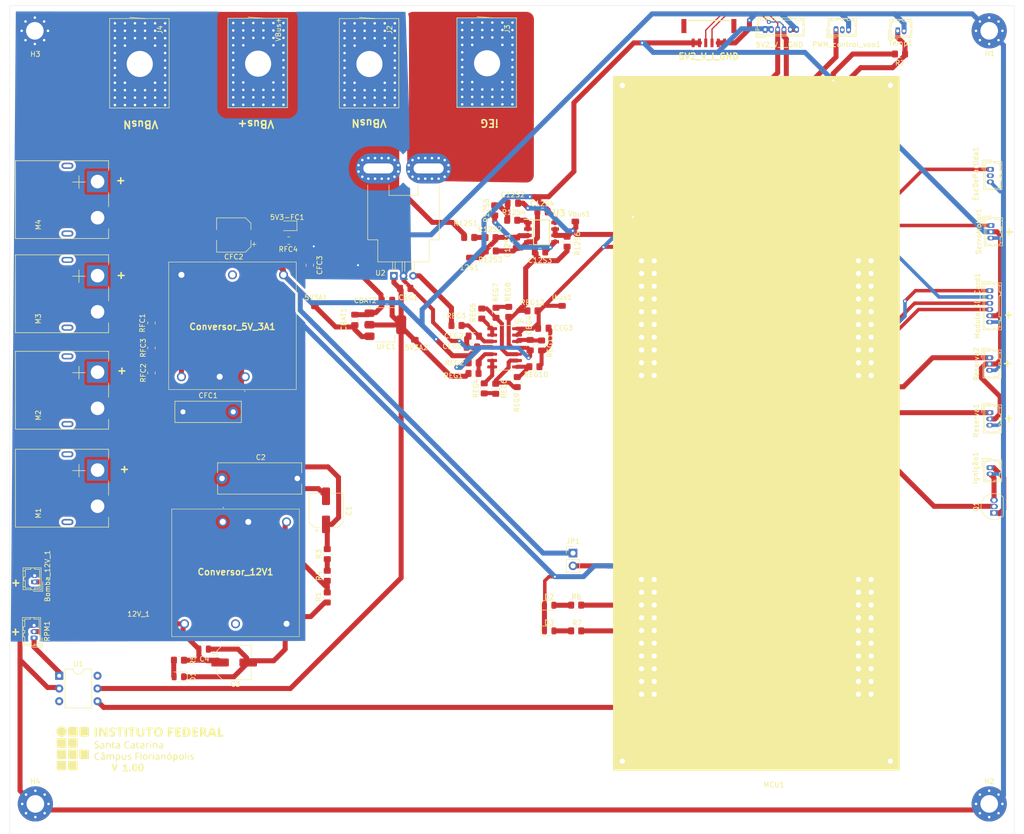
<source format=kicad_pcb>
(kicad_pcb (version 20240108) (generator "pcbnew") (generator_version "8.0")
  (layers (0 "F.Cu" signal) (31 "B.Cu" signal) (34 "B.Paste" user) (35 "F.Paste" user) (36 "B.SilkS" user "B.Silkscreen") (37 "F.SilkS" user "F.Silkscreen") (38 "B.Mask" user) (39 "F.Mask" user) (44 "Edge.Cuts" user))
  (net 0 "")
  (net 1 "Net-(5V3-FC1-A)")
  (net 2 "Vbus+")
  (net 3 "12_Vcc")
  (net 4 "Net-(U3A-+)")
  (net 5 "3V3")
  (net 7 "Vbus")
  (net 8 "Net-(C12S2-Pad1)")
  (net 9 "Net-(U3B-+)")
  (net 10 "Net-(U4A-+)")
  (net 11 "Net-(CEG3-Pad1)")
  (net 12 "Net-(U4D-+)")
  (net 14 "Net-(Conversor_5V_3A1-REMOTE_ON{slash}OFF)")
  (net 15 "VbusN")
  (net 16 "Net-(Conversor_12V1-REMOTE_ON{slash}OFF)")
  (net 18 "Net-(D1-A)")
  (net 19 "Net-(D2-A)")
  (net 20 "Net-(D3-A)")
  (net 21 "5V3A")
  (net 22 "Ibus")
  (net 23 "iEG1")
  (net 24 "5V_MCC")
  (net 25 "Temp")
  (net 26 "ESC de partida")
  (net 27 "Servo Motor ")
  (net 28 "RES1")
  (net 29 "RPM_s")
  (net 30 "RES2")
  (net 31 "PWM_cv")
  (net 42 "LED_1")
  (net 61 "LED_2")
  (net 62 "CS")
  (net 64 "miso")
  (net 74 "Igni.")
  (net 82 "RPM")
  (net 84 "mosi")
  (net 86 "SCK")
  (net 100 "Net-(R3-Pad1)")
  (net 101 "Net-(R12S1-Pad2)")
  (net 102 "Net-(U3A--)")
  (net 103 "Net-(U4B-+)")
  (net 104 "Net-(U2-VIOUT)")
  (net 105 "Net-(U4B--)")
  (net 106 "Net-(REG4-Pad1)")
  (net 107 "Net-(U4A--)")
  (net 108 "Net-(U4C-+)")
  (net 109 "Net-(U4C--)")
  (net 110 "Net-(REG7-Pad1)")
  (net 111 "Net-(REG10-Pad2)")
  (net 112 "Net-(RFC2-Pad2)")
  (net 116 "Net-(Ignição1-Pin_1)")
  (footprint "Package_DIP:DIP-6_W7.62mm" (layer "F.Cu") (at 54.2798 159.1818)
    (property "Reference" "U1")
    (property "Value" "4N35")
  )
  (footprint "Resistor_SMD:R_0805_2012Metric_Pad1.20x1.40mm_HandSolder" (layer "F.Cu") (at 135.90075 71.87125)
    (property "Reference" "R12S1")
    (property "Value" "56k")
  )
  (footprint "IFSC:Hirose_DF13-03P-1.25DSA_1x03_P1.25mm_Vertical" (layer "F.Cu") (at 49.276 151.6488 90)
    (property "Reference" "RPM1")
    (property "Value" "JST_XH5")
  )
  (footprint "MountingHole:MountingHole_3.5mm_Pad_Via" (layer "F.Cu") (at 239.4255 184.709)
    (property "Reference" "H2")
    (property "Value" "MountingHole_Pad")
  )
  (footprint "IFSC:THL154811WI" (layer "F.Cu") (at 91.313 99.6188 180)
    (property "Reference" "Conversor_5V_3A1")
    (property "Value" "THL_15-4811WI" (hide yes))
  )
  (footprint "IFSC:Hirose_DF13-03P-1.25DSA_1x03_P1.25mm_Vertical" (layer "F.Cu") (at 239.4966 95.8234 -90)
    (property "Reference" "Reserva2")
    (property "Value" "JST_XH5")
  )
  (footprint "Resistor_SMD:R_0805_2012Metric_Pad1.20x1.40mm_HandSolder" (layer "F.Cu") (at 144.46055 68.44225)
    (property "Reference" "R12S4")
    (property "Value" "2k2")
  )
  (footprint "IFSC:Hirose_DF13-03P-1.25DSA_1x03_P1.25mm_Vertical" (layer "F.Cu") (at 239.649 58.3076 -90)
    (property "Reference" "EscDePartida1")
    (property "Value" "JST_XH")
  )
  (footprint "Resistor_SMD:R_0805_2012Metric_Pad1.20x1.40mm_HandSolder" (layer "F.Cu") (at 72.644 88.8978 -90)
    (property "Reference" "RFC1")
    (property "Value" "10k")
  )
  (footprint "MountingHole:MountingHole_3.5mm_Pad_Via" (layer "F.Cu") (at 239.4255 30.709)
    (property "Reference" "H1")
    (property "Value" "MountingHole_Pad")
  )
  (footprint "IFSC:SOIC127P600X175-8N" (layer "F.Cu") (at 150.29575 70.82985)
    (property "Reference" "U3")
    (property "Value" "Opamp_Dual" (hide yes))
  )
  (footprint "Resistor_SMD:R_0805_2012Metric_Pad1.20x1.40mm_HandSolder" (layer "F.Cu") (at 133.369799 89.4055 180)
    (property "Reference" "REG3")
    (property "Value" "100")
  )
  (footprint "IFSC:IFSC_TERMINAL_SCREW" (layer "F.Cu") (at 70.3178 37.3102 -90)
    (property "Reference" "J4")
    (property "Value" "12S-N")
  )
  (footprint "IFSC:Hirose_DF13-02P-1.25DSA_1x02_P1.25mm_Vertical" (layer "F.Cu") (at 49.3776 140.4874 90)
    (property "Reference" "Bomba_12V_1")
    (property "Value" "JST_XH")
  )
  (footprint "Capacitor_SMD:C_0805_2012Metric_Pad1.18x1.45mm_HandSolder" (layer "F.Cu") (at 150.50185 66.76585 180)
    (property "Reference" "C12S4")
    (property "Value" "100nF")
  )
  (footprint "Resistor_SMD:R_0805_2012Metric_Pad1.20x1.40mm_HandSolder" (layer "F.Cu") (at 143.769799 86.6955 90)
    (property "Reference" "REG8")
    (property "Value" "1k5")
  )
  (footprint "IFSC:Hirose_DF13-03P-1.25DSA_1x03_P1.25mm_Vertical" (layer "F.Cu") (at 208.9296 30.5054)
    (property "Reference" "PWM_control_voo1")
    (property "Value" "JST_XH")
  )
  (footprint "Resistor_SMD:R_0805_2012Metric_Pad1.20x1.40mm_HandSolder" (layer "F.Cu") (at 107.6452 139.2682 90)
    (property "Reference" "R4")
    (property "Value" "22K")
  )
  (footprint "Resistor_SMD:R_0805_2012Metric_Pad1.20x1.40mm_HandSolder" (layer "F.Cu") (at 157.226 150.241)
    (property "Reference" "R7")
    (property "Value" "R")
  )
  (footprint "Capacitor_SMD:CP_Elec_6.3x5.4" (layer "F.Cu") (at 89.027 71.3812 180)
    (property "Reference" "CFC2")
    (property "Value" "10uF")
  )
  (footprint "LED_SMD:LED_0805_2012Metric" (layer "F.Cu") (at 78.09695 159.3842 180)
    (property "Reference" "D1")
    (property "Value" "GREEN")
  )
  (footprint "Capacitor_SMD:C_0805_2012Metric_Pad1.18x1.45mm_HandSolder" (layer "F.Cu") (at 149.99775 74.74145 180)
    (property "Reference" "C12S3")
    (property "Value" "100nF")
  )
  (footprint "LED_SMD:LED_0805_2012Metric" (layer "F.Cu") (at 151.8158 145.1356)
    (property "Reference" "D2")
    (property "Value" "GREEN")
  )
  (footprint "IFSC:AMASS_XT60PW-M" (layer "F.Cu") (at 55.9132 121.812 90)
    (property "Reference" "M1")
    (property "Value" "XT60PW-F")
  )
  (footprint "Resistor_SMD:R_0805_2012Metric_Pad1.20x1.40mm_HandSolder" (layer "F.Cu") (at 140.14255 71.89665)
    (property "Reference" "R12S2")
    (property "Value" "560")
  )
  (footprint "Resistor_SMD:R_0805_2012Metric_Pad1.20x1.40mm_HandSolder" (layer "F.Cu") (at 72.644 98.864 90)
    (property "Reference" "RFC2")
    (property "Value" "22k")
  )
  (footprint "Capacitor_SMD:C_0805_2012Metric_Pad1.18x1.45mm_HandSolder" (layer "F.Cu") (at 150.659799 89.9555 180)
    (property "Reference" "CEG3")
    (property "Value" "100n")
  )
  (footprint "Sensor_Current:Allegro_CB_PFF" (layer "F.Cu") (at 120.909 79.516)
    (property "Reference" "U2")
    (property "Value" "ACS759xCB-150B-PFF")
  )
  (footprint "Resistor_SMD:R_0805_2012Metric_Pad1.20x1.40mm_HandSolder" (layer "F.Cu") (at 141.239799 86.8755 -90)
    (property "Reference" "REG7")
    (property "Value" "1k5")
  )
  (footprint "IFSC:tp" (layer "F.Cu") (at 105.1064 91.873)
    (property "Reference" "5V3A1")
    (property "Value" "5V3A")
  )
  (footprint "Capacitor_SMD:C_0805_2012Metric_Pad1.18x1.45mm_HandSolder" (layer "F.Cu") (at 113.1312 88.2904 -90)
    (property "Reference" "CBAT1")
    (property "Value" "1uF")
  )
  (footprint "Resistor_SMD:R_0805_2012Metric_Pad1.20x1.40mm_HandSolder" (layer "F.Cu") (at 138.892999 101.935999 90)
    (property "Reference" "REG4")
    (property "Value" "330")
  )
  (footprint "Capacitor_SMD:C_0805_2012Metric_Pad1.18x1.45mm_HandSolder" (layer "F.Cu") (at 119.532 84.4042)
    (property "Reference" "CBAT2")
    (property "Value" "1uF")
  )
  (footprint "IFSC:PinHeader_1x02_P2.54mm_Vertical" (layer "F.Cu") (at 156.5656 134.747)
    (property "Reference" "JP1")
    (property "Value" "Alimentação do MCC")
  )
  (footprint "Resistor_SMD:R_0805_2012Metric_Pad1.20x1.40mm_HandSolder" (layer "F.Cu") (at 150.309799 93.3955 -90)
    (property "Reference" "REG11")
    (property "Value" "2k2")
  )
  (footprint "Package_TO_SOT_SMD:SOT-223-3_TabPin2" (layer "F.Cu") (at 119.2018 89.2556)
    (property "Reference" "UFC1")
    (property "Value" "LM1117-3.3")
  )
  (footprint "Resistor_SMD:R_0805_2012Metric_Pad1.20x1.40mm_HandSolder" (layer "F.Cu") (at 136.789399 96.855999 180)
    (property "Reference" "REG2")
    (property "Value" "1000")
  )
  (footprint "IFSC:BM06BGHSTBTLFSN" (layer "F.Cu") (at 183.6166 30.8864 180)
    (property "Reference" "5V2_V_I_GND")
    (property "Value" "JST_GHPM" (hide yes))
  )
  (footprint "IFSC:logo" (layer "F.Cu") (at 67.5894 163.0426)
    (property "Reference" "G***" (hide yes))
    (property "Value" "LOGO" (hide yes))
  )
  (footprint "Resistor_SMD:R_0805_2012Metric_Pad1.20x1.40mm_HandSolder" (layer "F.Cu") (at 99.9744 72.4988)
    (property "Reference" "RFC4")
    (property "Value" "330R")
  )
  (footprint "IFSC:IFSC_TERMINAL_SCREW" (layer "F.Cu") (at 93.8804 37.249218 -90)
    (property "Reference" "VBus+")
    (property "Value" "12S-P")
  )
  (footprint "Capacitor_SMD:C_0805_2012Metric_Pad1.18x1.45mm_HandSolder" (layer "F.Cu") (at 145.29875 72.93805 -90)
    (property "Reference" "C12S1")
    (property "Value" "100nF")
  )
  (footprint "IFSC:THL154811WI" (layer "F.Cu") (at 86.8426 128.5312)
    (property "Reference" "Conversor_12V1")
    (property "Value" "THL_15-4811WI" (hide yes))
  )
  (footprint "Resistor_SMD:R_0805_2012Metric_Pad1.20x1.40mm_HandSolder" (layer "F.Cu") (at 145.459799 100.6755 -90)
    (property "Reference" "REG9")
    (property "Value" "1k")
  )
  (footprint "Capacitor_SMD:C_0805_2012Metric_Pad1.18x1.45mm_HandSolder" (layer "F.Cu") (at 136.429199 93.706399 180)
    (property "Reference" "CEG5")
    (property "Value" "100nF")
  )
  (footprint "Package_SO:SOIC-14_3.9x8.7mm_P1.27mm" (layer "F.Cu") (at 142.949799 93.853)
    (property "Reference" "U4")
    (property "Value" "Opamp_Quad")
  )
  (footprint "Resistor_SMD:R_0805_2012Metric_Pad1.20x1.40mm_HandSolder" (layer "F.Cu") (at 78.11695 156.0822 180)
    (property "Reference" "R5")
    (property "Value" "820R")
  )
  (footprint "IFSC:Hirose_DF13-02P-1.25DSA_1x02_P1.25mm_Vertical" (layer "F.Cu") (at 221.2186 30.726)
    (property "Reference" "Temp1")
    (property "Value" "JST_XH")
  )
  (footprint "Capacitor_SMD:C_0805_2012Metric_Pad1.18x1.45mm_HandSolder" (layer "F.Cu") (at 144.58755 65.03865)
    (property "Reference" "C12S2")
    (property "Value" "100nF")
  )
  (footprint "Capacitor_SMD:C_0805_2012Metric_Pad1.18x1.45mm_HandSolder" (layer "F.Cu") (at 104.1654 77.401 90)
    (property "Reference" "CFC3")
    (property "Value" "100nF")
  )
  (footprint "MountingHole:MountingHole_3.5mm_Pad_Via" (layer "F.Cu") (at 49.4255 30.709)
    (property "Reference" "H3")
    (property "Value" "MountingHole_Pad")
  )
  (footprint "Package_TO_SOT_THT:TO-92_Inline" (layer "F.Cu") (at 240.3856 126.746 90)
    (property "Reference" "Q1")
    (property "Value" "BF244A")
  )
  (footprint "Capacitor_SMD:C_0805_2012Metric_Pad1.18x1.45mm_HandSolder" (layer "F.Cu") (at 136.819799 91.5355 180)
    (property "Reference" "CEG2")
    (property "Value" "330pF")
  )
  (footprint "Resistor_SMD:R_0805_2012Metric_Pad1.20x1.40mm_HandSolder" (layer "F.Cu") (at 136.759399 98.964199)
    (property "Reference" "REG1")
    (property "Value" "1K2")
  )
  (footprint "Resistor_SMD:R_0805_2012Metric_Pad1.20x1.40mm_HandSolder" (layer "F.Cu") (at 107.6452 143.5862 -90)
    (property "Reference" "R1")
    (property "Value" "12K")
  )
  (footprint "Resistor_SMD:R_0805_2012Metric_Pad1.20x1.40mm_HandSolder" (layer "F.Cu") (at 155.38255 72.70945 90)
    (property "Reference" "R12S6")
    (property "Value" "22k")
  )
  (footprint "Capacitor_SMD:CP_Elec_6.3x5.4" (layer "F.Cu") (at 107.3912 126.2252 90)
    (property "Reference" "C1")
    (property "Value" "10uF")
  )
  (footprint "Resistor_SMD:R_0805_2012Metric_Pad1.20x1.40mm_HandSolder" (layer "F.Cu") (at 148.499799 86.4955)
    (property "Reference" "REG12")
    (property "Value" "22k")
  )
  (footprint "Capacitor_THT:C_Rect_L13.0mm_W4.0mm_P10.00mm_FKS3_FKP3_MKS4" (layer "F.Cu") (at 78.9216 106.611)
    (property "Reference" "CFC1")
    (property "Value" "100nF")
  )
  (footprint "IFSC:Hirose_DF13-03P-1.25DSA_1x03_P1.25mm_Vertical" (layer "F.Cu") (at 239.7586 69.489 -90)
    (property "Reference" "ServoMotor1")
    (property "Value" "JST_XH")
  )
  (footprint "Resistor_SMD:R_0805_2012Metric_Pad1.20x1.40mm_HandSolder" (layer "F.Cu") (at 138.399799 87.0355 -90)
    (property "Reference" "REG5")
    (property "Value" "1k5")
  )
  (footprint "Resistor_SMD:R_0805_2012Metric_Pad1.20x1.40mm_HandSolder" (layer "F.Cu") (at 107.6452 134.9502 90)
    (property "Reference" "R3")
    (property "Value" "22K")
  )
  (footprint "IFSC:Hirose_DF13-06P-1.25DSA_1x06_P1.25mm_Vertical" (layer "F.Cu") (at 239.53 82.473 -90)
    (property "Reference" "Modulo_SD_Card1")
    (property "Value" "JST_XH_SD")
  )
  (footprint "Resistor_SMD:R_0805_2012Metric_Pad1.20x1.40mm_HandSolder" (layer "F.Cu") (at 72.644 93.8856 90)
    (property "Reference" "RFC3")
    (property "Value" "22k")
  )
  (footprint "IFSC:AMASS_XT60PW-M" (layer "F.Cu") (at 55.9132 83.0834 90)
    (property "Reference" "M3")
    (property "Value" "XT60PW-F")
  )
  (footprint "IFSC:tp" (layer "F.Cu") (at 69.8754 155.0416)
    (property "Reference" "12V_1")
    (property "Value" "12V_2")
  )
  (footprint "IFSC:Hirose_DF13-03P-1.25DSA_1x03_P1.25mm_Vertical" (layer "F.Cu") (at 239.5474 106.7708 -90)
    (property "Reference" "Reserva1")
    (property "Value" "JST_XH")
  )
  (footprint "Resistor_SMD:R_0805_2012Metric_Pad1.20x1.40mm_HandSolder" (layer "F.Cu") (at 157.226 145.1102)
    (property "Reference" "R6")
    (property "Value" "R")
  )
  (footprint "IFSC:tp" (layer "F.Cu") (at 156.95465 74.97125)
    (property "Reference" "Vbus1")
    (property "Value" "TestPoint")
  )
  (footprint "Resistor_SMD:R_0805_2012Metric_Pad1.20x1.40mm_HandSolder" (layer "F.Cu") (at 141.178999 102.012199 -90)
    (property "Reference" "REG6")
    (property "Value" "22")
  )
  (footprint "IFSC:tp" (layer "F.Cu") (at 135.94885 82.15945)
    (property "Reference" "12S1")
    (property "Value" "TestPoint")
  )
  (footprint "Resistor_SMD:R_0805_2012Metric_Pad1.20x1.40mm_HandSolder" (layer "F.Cu") (at 148.879799 97.6155 180)
    (property "Reference" "REG10")
    (property "Value" "2k2")
  )
  (footprint "IFSC:AMASS_XT60PW-M" (layer "F.Cu") (at 55.9132 102.3048 90)
    (property "Reference" "M2")
    (property "Value" "XT60PW-F")
  )
  (footprint "Capacitor_SMD:C_0805_2012Metric" (layer "F.Cu") (at 83.0326 153.8732)
    (property "Reference" "C4")
    (property "Value" "100nF")
  )
  (footprint "IFSC:Hirose_DF13-06P-1.25DSA_1x06_P1.25mm_Vertical" (layer "F.Cu") (at 194.8172 30.4466)
    (property "Reference" "5V2_V_I_GND")
    (property "Value" "JST_XH_PM")
  )
  (footprint "IFSC:LAUNCHXLF280025C" (layer "F.Cu") (at 163.6754 178.1448)
    (property "Reference" "MCU1")
    (property "Value" "F280025C")
  )
  (footprint "IFSC:IFSC_TERMINAL_SCREW" (layer "F.Cu") (at 116.0414 37.317914 -90)
    (property "Reference" "J2")
    (property "Value" "12S-N")
  )
  (footprint "Resistor_SMD:R_0805_2012Metric_Pad1.20x1.40mm_HandSolder" (layer "F.Cu") (at 140.98075 66.48645 90)
    (property "Reference" "R12S5")
    (property "Value" "2k2")
  )
  (footprint "Resistor_SMD:R_0805_2012Metric_Pad1.20x1.40mm_HandSolder" (layer "F.Cu") (at 221.6658 35.3314 180)
    (property "Reference" "R2")
    (property "Value" "R")
  )
  (footprint "MountingHole:MountingHole_3.5mm_Pad_Via" (layer "F.Cu") (at 49.53 184.709)
    (property "Reference" "H4")
    (property "Value" "MountingHole_Pad")
  )
  (footprint "Capacitor_THT:C_Rect_L16.5mm_W6.0mm_P15.00mm_MKT" (layer "F.Cu") (at 86.6832 119.8752)
    (property "Reference" "C2")
    (property "Value" "100nF")
  )
  (footprint "LED_SMD:LED_0805_2012Metric" (layer "F.Cu") (at 151.8256 150.241)
    (property "Reference" "D3")
    (property "Value" "GREEN")
  )
  (footprint "Capacitor_SMD:CP_Elec_6.3x5.4" (layer "F.Cu") (at 89.1032 156.5402)
    (property "Reference" "C3")
    (property "Value" "10uF")
  )
  (footprint "IFSC:Hirose_DF13-02P-1.25DSA_1x02_P1.25mm_Vertical" (layer "F.Cu") (at 239.6062 117.739 -90)
    (property "Reference" "Ignição1")
    (property "Value" "JST_XH")
  )
  (footprint "Resistor_SMD:R_0805_2012Metric_Pad1.20x1.40mm_HandSolder" (layer "F.Cu") (at 140.19335 74.56365)
    (property "Reference" "R12S3")
    (property "Value" "3k3")
  )
  (footprint "IFSC:tp" (layer "F.Cu") (at 124.9946 98.5278)
    (property "Reference" "5V3A2")
    (property "Value" "3V3")
  )
  (footprint "IFSC:AMASS_XT60PW-M" (layer "F.Cu") (at 55.9132 64.3382 90)
    (property "Reference" "M4")
    (property "Value" "XT60PW-F")
  )
  (footprint "LED_SMD:LED_0805_2012Metric" (layer "F.Cu") (at 99.9236 69.5524 180)
    (property "Reference" "5V3-FC1")
    (property "Value" "BLUE")
  )
  (footprint "Capacitor_SMD:C_0805_2012Metric_Pad1.18x1.45mm_HandSolder" (layer "F.Cu") (at 148.029799 93.3255 -90)
    (property "Reference" "CEG4")
    (property "Value" "100n")
  )
  (footprint "Capacitor_SMD:C_0805_2012Metric_Pad1.18x1.45mm_HandSolder" (layer "F.Cu") (at 123.1685 82.0166 180)
    (property "Reference" "CEG1")
    (property "Value" "22nF")
  )
  (footprint "IFSC:tp" (layer "F.Cu") (at 154.305 91.7702)
    (property "Reference" "Ibus1")
    (property "Value" "TestPoint")
  )
  (footprint "IFSC:IFSC_TERMINAL_SCREW" (layer "F.Cu") (at 139.4618 37.17013 -90)
    (property "Reference" "J3")
    (property "Value" "12S-P")
  )
  (gr_rect (start 44.4255 25.709) (end 244.4255 190.709) (stroke (width 0.05)) (fill none) (layer "Edge.Cuts"))
  (gr_text "+" (at 242.1382 88.1126 0) (layer "F.SilkS") (effects (font (size 1.5 1.5) (thickness 0.3) (bold yes)) (justify left bottom)))
  (gr_text "+" (at 65.405 61.341 0) (layer "F.SilkS") (effects (font (size 1.5 1.5) (thickness 0.3) (bold yes)) (justify left bottom)))
  (gr_text "VBusN" (at 119.634 48.2346 180) (layer "F.SilkS") (effects (font (size 1.5 1.5) (thickness 0.3) (bold yes)) (justify left bottom)))
  (gr_text "+" (at 44.45 151.2316 0) (layer "F.SilkS") (effects (font (size 1.5 1.5) (thickness 0.3) (bold yes)) (justify left bottom)))
  (gr_text "+" (at 242.1636 108.712 0) (layer "F.SilkS") (effects (font (size 1.5 1.5) (thickness 0.3) (bold yes)) (justify left bottom)))
  (gr_text "V 1.00" (at 64.5414 178.2826 0) (layer "F.SilkS") (effects (font (size 1.3 1.3) (thickness 0.3) (bold yes)) (justify left bottom)))
  (gr_text "VBus+" (at 97.2312 48.4124 180) (layer "F.SilkS") (effects (font (size 1.5 1.5) (thickness 0.3) (bold yes)) (justify left bottom)))
  (gr_text "+" (at 44.5262 141.478 0) (layer "F.SilkS") (effects (font (size 1.5 1.5) (thickness 0.3) (bold yes)) (justify left bottom)))
  (gr_text "+" (at 65.4812 80.2132 0) (layer "F.SilkS") (effects (font (size 1.5 1.5) (thickness 0.3) (bold yes)) (justify left bottom)))
  (gr_text "+" (at 66.1416 118.8466 0) (layer "F.SilkS") (effects (font (size 1.5 1.5) (thickness 0.3) (bold yes)) (justify left bottom)))
  (gr_text "VBusN" (at 74.168 48.4886 180) (layer "F.SilkS") (effects (font (size 1.5 1.5) (thickness 0.3) (bold yes)) (justify left bottom)))
  (gr_text "+" (at 65.6336 99.2378 0) (layer "F.SilkS") (effects (font (size 1.5 1.5) (thickness 0.3) (bold yes)) (justify left bottom)))
  (gr_text "+" (at 241.935 97.7646 0) (layer "F.SilkS") (effects (font (size 1.5 1.5) (thickness 0.3) (bold yes)) (justify left bottom)))
  (gr_text "+" (at 242.316 71.5518 0) (layer "F.SilkS") (effects (font (size 1.5 1.5) (thickness 0.3) (bold yes)) (justify left bottom)))
  (gr_text "iEG" (at 141.9352 48.2092 180) (layer "F.SilkS") (effects (font (size 1.5 1.5) (thickness 0.3) (bold yes)) (justify left bottom)))
  (segment (start 98.9861 69.7833) (end 100.9744 71.7716) (width 1) (layer "F.Cu") (net 1))
  (segment (start 98.9861 69.5524) (end 98.9861 69.7833) (width 1) (layer "F.Cu") (net 1))
  (segment (start 100.9881 72.4851) (end 100.9744 72.4988) (width 1) (layer "F.Cu") (net 1))
  (segment (start 100.9744 71.7716) (end 100.9744 72.4988) (width 1) (layer "F.Cu") (net 1))
  (segment (start 88.9818 117.5766) (end 86.6832 119.8752) (width 1) (layer "F.Cu") (net 2))
  (segment (start 86.5632 119.9952) (end 86.6832 119.8752) (width 1) (layer "F.Cu") (net 2))
  (segment (start 132.5118 68.8594) (end 128.5624 68.8594) (width 1) (layer "F.Cu") (net 2))
  (segment (start 88.9216 102.0102) (end 91.313 99.6188) (width 1) (layer "F.Cu") (net 2))
  (segment (start 86.5632 128.5312) (end 86.5632 119.9952) (width 1) (layer "F.Cu") (net 2))
  (segment (start 107.7976 117.5766) (end 88.9818 117.5766) (width 1) (layer "F.Cu") (net 2))
  (segment (start 107.6452 133.9502) (end 107.6452 129.2792) (width 1) (layer "F.Cu") (net 2))
  (segment (start 134.90075 71.24835) (end 132.5118 68.8594) (width 1) (layer "F.Cu") (net 2))
  (segment (start 109.9058 122.936) (end 109.8804 122.9106) (width 1) (layer "F.Cu") (net 2))
  (segment (start 107.6452 129.2792) (end 107.3912 129.0252) (width 1) (layer "F.Cu") (net 2))
  (segment (start 134.90075 71.87125) (end 134.90075 71.24835) (width 1) (layer "F.Cu") (net 2))
  (segment (start 76.581 109.9892) (end 85.5434 109.9892) (width 1) (layer "F.Cu") (net 2))
  (segment (start 108.541 129.0252) (end 109.9058 127.6604) (width 1) (layer "F.Cu") (net 2))
  (segment (start 107.3912 129.0252) (end 108.541 129.0252) (width 1) (layer "F.Cu") (net 2))
  (segment (start 85.5434 109.9892) (end 88.9216 106.611) (width 1) (layer "F.Cu") (net 2))
  (segment (start 109.9058 127.6604) (end 109.9058 122.936) (width 1) (layer "F.Cu") (net 2))
  (segment (start 128.5624 68.8594) (end 117.819 58.116) (width 1) (layer "F.Cu") (net 2))
  (segment (start 72.644 106.0522) (end 76.581 109.9892) (width 1) (layer "F.Cu") (net 2))
  (segment (start 72.644 99.864) (end 72.644 106.0522) (width 1) (layer "F.Cu") (net 2))
  (segment (start 86.8808 119.8752) (end 86.6832 119.8752) (width 1) (layer "F.Cu") (net 2))
  (segment (start 109.8804 122.9106) (end 109.8804 119.6594) (width 1) (layer "F.Cu") (net 2))
  (segment (start 88.9216 106.611) (end 88.9216 102.0102) (width 1) (layer "F.Cu") (net 2))
  (segment (start 109.8804 119.6594) (end 107.7976 117.5766) (width 1) (layer "F.Cu") (net 2))
  (segment (start 69.9504 148.7666) (end 61.6712 140.4874) (width 1) (layer "F.Cu") (net 3))
  (segment (start 78.9432 150.7338) (end 78.9432 148.8312) (width 1) (layer "F.Cu") (net 3))
  (segment (start 61.6712 140.4874) (end 49.3776 140.4874) (width 1) (layer "F.Cu") (net 3))
  (segment (start 51.8922 150.3934) (end 49.2814 150.3934) (width 1) (layer "F.Cu") (net 3))
  (segment (start 49.2814 150.3934) (end 49.276 150.3988) (width 1) (layer "F.Cu") (net 3))
  (segment (start 69.9504 148.7666) (end 53.519 148.7666) (width 1) (layer "F.Cu") (net 3))
  (segment (start 82.0826 155.2338) (end 82.931 156.0822) (width 1) (layer "F.Cu") (net 3))
  (segment (start 85.8452 156.0822) (end 86.3032 156.5402) (width 1) (layer "F.Cu") (net 3))
  (segment (start 82.0826 153.8732) (end 78.9432 150.7338) (width 1) (layer "F.Cu") (net 3))
  (segment (start 79.2226 148.8312) (end 70.015 148.8312) (width 1) (layer "F.Cu") (net 3))
  (segment (start 82.0826 153.8732) (end 82.0826 155.2338) (width 1) (layer "F.Cu") (net 3))
  (segment (start 70.015 148.8312) (end 69.9504 148.7666) (width 1) (layer "F.Cu") (net 3))
  (segment (start 86.2972 156.1972) (end 83.6802 156.1972) (width 1) (layer "F.Cu") (net 3))
  (segment (start 53.519 148.7666) (end 51.8922 150.3934) (width 1) (layer "F.Cu") (net 3))
  (segment (start 79.08095 156.0822) (end 82.931 156.0822) (width 1) (layer "F.Cu") (net 3))
  (segment (start 82.931 156.0822) (end 85.8452 156.0822) (width 1) (layer "F.Cu") (net 3))
  (segment (start 141.21875 71.84585) (end 145.24405 71.84585) (width 1) (layer "F.Cu") (net 4))
  (segment (start 145.29875 71.90055) (end 145.49805 71.90055) (width 1) (layer "F.Cu") (net 4))
  (segment (start 147.53395 71.51565) (end 147.58475 71.46485) (width 1) (layer "F.Cu") (net 4))
  (segment (start 145.24405 71.84585) (end 145.29875 71.90055) (width 1) (layer "F.Cu") (net 4))
  (segment (start 139.19335 74.36985) (end 141.21875 72.34445) (width 1) (layer "F.Cu") (net 4))
  (segment (start 145.49805 71.90055) (end 145.88295 71.51565) (width 1) (layer "F.Cu") (net 4))
  (segment (start 145.88295 71.51565) (end 147.53395 71.51565) (width 1) (layer "F.Cu") (net 4))
  (segment (start 137.87255 75.88445) (end 139.19335 74.56365) (width 1) (layer "F.Cu") (net 4))
  (segment (start 141.21875 72.34445) (end 141.21875 71.84585) (width 1) (layer "F.Cu") (net 4))
  (segment (start 136.02385 75.88445) (end 137.87255 75.88445) (width 1) (layer "F.Cu") (net 4))
  (segment (start 139.19335 74.56365) (end 139.19335 74.36985) (width 1) (layer "F.Cu") (net 4))
  (segment (start 122.3518 89.2556) (end 122.3518 89.6366) (width 1) (layer "F.Cu") (net 5))
  (segment (start 122.3518 82.3214) (end 120.909 80.8786) (width 1) (layer "F.Cu") (net 5))
  (segment (start 120.909 80.8786) (end 120.909 79.516) (width 1) (layer "F.Cu") (net 5))
  (segment (start 122.3518 89.6366) (end 132.2324 99.5172) (width 1) (layer "F.Cu") (net 5))
  (segment (start 121.793 89.3064) (end 122.8848 88.2146) (width 1) (layer "F.Cu") (net 5))
  (segment (start 132.2324 99.5172) (end 135.206398 99.5172) (width 1) (layer "F.Cu") (net 5))
  (segment (start 61.8998 161.7218) (end 100.3046 161.7218) (width 1) (layer "F.Cu") (net 5))
  (segment (start 135.206398 99.5172) (end 135.759399 98.964199) (width 1) (layer "F.Cu") (net 5))
  (segment (start 122.3518 139.6746) (end 122.3518 89.2556) (width 1) (layer "F.Cu") (net 5))
  (segment (start 135.759399 98.964199) (end 135.759399 98.862599) (width 1) (layer "F.Cu") (net 5))
  (segment (start 115.493 89.3064) (end 121.793 89.3064) (width 1) (layer "F.Cu") (net 5))
  (segment (start 122.3518 89.2556) (end 122.3518 82.3214) (width 1) (layer "F.Cu") (net 5))
  (segment (start 120.5695 87.4733) (end 122.3518 89.2556) (width 1) (layer "F.Cu") (net 5))
  (segment (start 100.3046 161.7218) (end 122.3518 139.6746) (width 1) (layer "F.Cu") (net 5))
  (segment (start 135.657799 99.065799) (end 135.759399 98.964199) (width 1) (layer "F.Cu") (net 5))
  (segment (start 120.5695 84.4042) (end 120.5695 87.4733) (width 1) (layer "F.Cu") (net 5))
  (segment (start 198.5672 31.867) (end 198.5672 30.4466) (width 1) (layer "F.Cu") (net 7))
  (segment (start 199.0344 32.3342) (end 198.5672 31.867) (width 1) (layer "F.Cu") (net 7))
  (segment (start 145.62505 65.03865) (end 146.64105 65.03865) (width 1) (layer "F.Cu") (net 7))
  (segment (start 168.4782 71.2724) (end 157.2436 71.2724) (width 1) (layer "F.Cu") (net 7))
  (segment (start 168.4782 71.2724) (end 170.3578 71.2724) (width 1) (layer "F.Cu") (net 7))
  (segment (start 195.5546 28.956) (end 194.3354 27.7368) (width 0.25) (layer "F.Cu") (net 7))
  (segment (start 156.52165 70.55045) (end 156.52165 70.57035) (width 1) (layer "F.Cu") (net 7))
  (segment (start 199.0344 42.5958) (end 199.0344 32.3342) (width 1) (layer "F.Cu") (net 7))
  (segment (start 147.58085 65.97845) (end 147.58085 66.02925) (width 1) (layer "F.Cu") (net 7))
  (segment (start 157.2436 71.2724) (end 156.52165 70.55045) (width 1) (layer "F.Cu") (net 7))
  (segment (start 177.419 74.676) (end 174.0154 71.2724) (width 1) (layer "F.Cu") (net 7))
  (segment (start 177.419 80.1624) (end 177.419 74.676) (width 1) (layer "F.Cu") (net 7))
  (segment (start 184.2416 30.363) (end 184.2416 33.1114) (width 0.25) (layer "F.Cu") (net 7))
  (segment (start 153.00675 71.46485) (end 155.13795 71.46485) (width 1) (layer "F.Cu") (net 7))
  (segment (start 155.13795 71.46485) (end 155.38255 71.70945) (width 1) (layer "F.Cu") (net 7))
  (segment (start 147.58085 66.02925) (end 147.63165 66.02925) (width 1) (layer "F.Cu") (net 7))
  (segment (start 194.3354 27.7368) (end 186.8678 27.7368) (width 0.25) (layer "F.Cu") (net 7))
  (segment (start 174.0154 71.2724) (end 168.4782 71.2724) (width 1) (layer "F.Cu") (net 7))
  (segment (start 157.13125 68.77245) (end 157.13125 69.96075) (width 1) (layer "F.Cu") (net 7))
  (segment (start 157.13125 69.96075) (end 156.54155 70.55045) (width 1) (layer "F.Cu") (net 7))
  (segment (start 147.63165 66.02925) (end 147.63165 66.02925) (width 1) (layer "F.Cu") (net 7))
  (segment (start 186.8678 27.7368) (end 184.2416 30.363) (width 0.25) (layer "F.Cu") (net 7))
  (segment (start 156.52165 70.57035) (end 155.38255 71.70945) (width 1) (layer "F.Cu") (net 7))
  (segment (start 172.7454 84.1248) (end 173.4566 84.1248) (width 1) (layer "F.Cu") (net 7))
  (segment (start 156.54155 70.55045) (end 156.52165 70.55045) (width 1) (layer "F.Cu") (net 7))
  (segment (start 153.00675 71.46485) (end 153.00675 70.19485) (width 1) (layer "F.Cu") (net 7))
  (segment (start 173.4566 84.1248) (end 177.419 80.1624) (width 1) (layer "F.Cu") (net 7))
  (segment (start 146.64105 65.03865) (end 147.58085 65.97845) (width 1) (layer "F.Cu") (net 7))
  (segment (start 170.3578 71.2724) (end 199.0344 42.5958) (width 1) (layer "F.Cu") (net 7))
  (via (at 156.52165 70.55045) (size 0.8) (drill 0.4) (layers "F.Cu" "B.Cu") (net 7))
  (via (at 195.5546 28.956) (size 0.8) (drill 0.4) (layers "F.Cu" "B.Cu") (net 7))
  (via (at 147.58085 66.02925) (size 0.8) (drill 0.4) (layers "F.Cu" "B.Cu") (net 7))
  (segment (start 195.5546 28.956) (end 197.7898 28.956) (width 0.25) (layer "B.Cu") (net 7))
  (segment (start 155.42945 70.55045) (end 156.52165 70.55045) (width 1) (layer "B.Cu") (net 7))
  (segment (start 198.3994 29.5656) (end 198.4248 29.5656) (width 0.25) (layer "B.Cu") (net 7))
  (segment (start 147.58085 66.02925) (end 150.90825 66.02925) (width 1) (layer "B.Cu") (net 7))
  (segment (start 150.90825 66.02925) (end 155.42945 70.55045) (width 1) (layer "B.Cu") (net 7))
  (segment (start 198.4248 29.5656) (end 198.4248 30.3042) (width 0.25) (layer "B.Cu") (net 7))
  (segment (start 198.4248 30.3042) (end 198.5672 30.4466) (width 0.25) (layer "B.Cu") (net 7))
  (segment (start 197.7898 28.956) (end 198.3994 29.5656) (width 0.25) (layer "B.Cu") (net 7))
  (segment (start 140.98075 65.48645) (end 141.81345 65.48645) (width 1) (layer "F.Cu") (net 8))
  (segment (start 141.81345 65.48645) (end 143.55005 67.22305) (width 1) (layer "F.Cu") (net 8))
  (segment (start 143.55005 68.35275) (end 143.46055 68.44225) (width 1) (layer "F.Cu") (net 8))
  (segment (start 143.55005 65.03865) (end 143.55005 67.22305) (width 1) (layer "F.Cu") (net 8))
  (segment (start 141.00615 65.33405) (end 141.15855 65.48645) (width 1) (layer "F.Cu") (net 8))
  (segment (start 143.55005 67.22305) (end 143.55005 68.35275) (width 1) (layer "F.Cu") (net 8))
  (segment (start 140.98075 67.48645) (end 140.98075 68.82325) (width 1) (layer "F.Cu") (net 9))
  (segment (start 140.98075 68.82325) (end 141.08235 68.92485) (width 1) (layer "F.Cu") (net 9))
  (segment (start 151.03525 74.70635) (end 153.00675 72.73485) (width 1) (layer "F.Cu") (net 9))
  (segment (start 141.10775 68.95025) (end 141.03155 68.87405) (width 1) (layer "F.Cu") (net 9))
  (segment (start 141.08235 68.92485) (end 141.10775 68.92485) (width 1) (layer "F.Cu") (net 9))
  (segment (start 141.10775 68.92485) (end 141.10775 68.95025) (width 1) (layer "F.Cu") (net 9))
  (segment (start 151.03525 74.74145) (end 151.03525 74.70635) (width 1) (layer "F.Cu") (net 9))
  (via (at 152.05515 73.82705) (size 0.8) (drill 0.4) (layers "F.Cu" "B.Cu") (net 9))
  (via (at 141.10775 68.92485) (size 0.8) (drill 0.4) (layers "F.Cu" "B.Cu") (net 9))
  (segment (start 146.00995 73.82705) (end 152.05515 73.82705) (width 1) (layer "B.Cu") (net 9))
  (segment (start 152.05515 73.82705) (end 151.97895 73.82705) (width 1) (layer "B.Cu") (net 9))
  (segment (start 141.10775 68.92485) (end 146.00995 73.82705) (width 1) (layer "B.Cu") (net 9))
  (segment (start 138.904799 92.583) (end 140.474799 92.583) (width 0.8) (layer "F.Cu") (net 10))
  (segment (start 134.369799 89.4055) (end 135.727299 89.4055) (width 0.8) (layer "F.Cu") (net 10))
  (segment (start 135.727299 89.4055) (end 137.857299 91.5355) (width 0.8) (layer "F.Cu") (net 10))
  (segment (start 137.857299 91.5355) (end 138.904799 92.583) (width 0.8) (layer "F.Cu") (net 10))
  (segment (start 150.309799 97.1855) (end 149.879799 97.6155) (width 0.8) (layer "F.Cu") (net 11))
  (segment (start 150.309799 94.3955) (end 150.309799 97.1855) (width 0.8) (layer "F.Cu") (net 11))
  (segment (start 152.049799 93.3555) (end 151.009799 94.3955) (width 0.8) (layer "F.Cu") (net 11))
  (segment (start 152.049799 90.308) (end 152.049799 93.3555) (width 0.8) (layer "F.Cu") (net 11))
  (segment (start 151.697299 89.9555) (end 152.049799 90.308) (width 0.8) (layer "F.Cu") (net 11))
  (segment (start 151.009799 94.3955) (end 150.309799 94.3955) (width 0.8) (layer "F.Cu") (net 11))
  (segment (start 148.137299 92.3955) (end 148.029799 92.288) (width 0.8) (layer "F.Cu") (net 12))
  (segment (start 148.029799 92.288) (end 145.719799 92.288) (width 0.8) (layer "F.Cu") (net 12))
  (segment (start 150.309799 92.3955) (end 148.137299 92.3955) (width 0.8) (layer "F.Cu") (net 12))
  (segment (start 145.719799 92.288) (end 145.424799 92.583) (width 0.8) (layer "F.Cu") (net 12))
  (segment (start 78.613 99.6188) (end 78.613 97.6194) (width 1) (layer "F.Cu") (net 14))
  (segment (start 72.644 91.6504) (end 72.644 92.8856) (width 1) (layer "F.Cu") (net 14))
  (segment (start 78.613 97.6194) (end 72.644 91.6504) (width 1) (layer "F.Cu") (net 14))
  (segment (start 72.644 89.8978) (end 72.644 91.6504) (width 1) (layer "F.Cu") (net 14))
  (segment (start 113.1312 87.2529) (end 115.7545 87.2529) (width 1) (layer "F.Cu") (net 15))
  (segment (start 96.9772 156.1972) (end 99.2632 153.9112) (width 1) (layer "F.Cu") (net 15))
  (segment (start 133.939999 92.487199) (end 133.997997 92.487199) (width 0.8) (layer "F.Cu") (net 15))
  (segment (start 104.9528 72.4226) (end 104.9528 73.6418) (width 1) (layer "F.Cu") (net 15))
  (segment (start 150.8783 150.2312) (end 150.8881 150.241) (width 1) (layer "F.Cu") (net 15))
  (segment (start 51.9684 161.5186) (end 46.482 156.0322) (width 1) (layer "F.Cu") (net 15))
  (segment (start 81.1276 72.3464) (end 78.613 74.861) (width 1) (layer "F.Cu") (net 15))
  (segment (start 101.6832 120.2492) (end 101.6832 119.8752) (width 1) (layer "F.Cu") (net 15))
  (segment (start 46.482 156.0322) (end 46.482 150.4188) (width 1) (layer "F.Cu") (net 15))
  (segment (start 145.669799 86.4955) (end 143.769799 88.3955) (width 0.8) (layer "F.Cu") (net 15))
  (segment (start 145.29875 73.97555) (end 146.34405 73.97555) (width 1) (layer "F.Cu") (net 15))
  (segment (start 118.3386 84.2483) (end 118.4945 84.4042) (width 1) (layer "F.Cu") (net 15))
  (segment (start 78.9724 106.6618) (end 78.9216 106.611) (width 1) (layer "F.Cu") (net 15))
  (segment (start 89.8652 153.8732) (end 91.5924 155.6004) (width 1) (layer "F.Cu") (net 15))
  (segment (start 151.7904 139.446) (end 152.9588 139.446) (width 0.7) (layer "F.Cu") (net 15))
  (segment (start 104.1654 74.4292) (end 104.9528 73.6418) (width 1) (layer "F.Cu") (net 15))
  (segment (start 149.9108 76.5048) (end 148.6408 76.5048) (width 1) (layer "F.Cu") (net 15))
  (segment (start 150.1863 76.5048) (end 150.04855 76.36705) (width 1) (layer "F.Cu") (net 15))
  (segment (start 147.1422 78.0034) (end 147.1422 85.023099) (width 1) (layer "F.Cu") (net 15))
  (segment (start 85.719 72.3464) (end 81.1276 72.3464) (width 1) (layer "F.Cu") (net 15))
  (segment (start 54.0766 161.5186) (end 51.9684 161.5186) (width 1) (layer "F.Cu") (net 15))
  (segment (start 148.029799 94.363) (end 147.519799 93.853) (width 0.8) (layer "F.Cu") (net 15))
  (segment (start 144.71065 74.56365) (end 145.29875 73.97555) (width 1) (layer "F.Cu") (net 15))
  (segment (start 186.7416 33.1114) (end 185.4916 33.1114) (width 1) (layer "F.Cu") (net 15))
  (segment (start 91.8972 156.1972) (end 96.9772 156.1972) (width 1) (layer "F.Cu") (net 15))
  (segment (start 188.8592 33.1114) (end 185.4916 33.1114) (width 1) (layer "F.Cu") (net 15))
  (segment (start 54.2798 161.7218) (end 54.0766 161.5186) (width 1) (layer "F.Cu") (net 15))
  (segment (start 149.49365 71.91815) (end 148.67695 72.73485) (width 1) (layer "F.Cu") (net 15))
  (segment (start 104.9528 73.6418) (end 104.902 73.6926) (width 1) (layer "F.Cu") (net 15))
  (segment (start 100.0252 121.9072) (end 101.6832 120.2492) (width 1) (layer "F.Cu") (net 15))
  (segment (start 150.9522 140.2842) (end 151.7904 139.446) (width 0.7) (layer "F.Cu") (net 15))
  (segment (start 149.49365 66.86745) (end 149.49365 71.91815) (width 1) (layer "F.Cu") (net 15))
  (segment (start 118.4945 85.6453) (end 117.3116 86.8282) (width 1) (layer "F.Cu") (net 15))
  (segment (start 147.519799 93.853) (end 145.424799 93.853) (width 0.8) (layer "F.Cu") (net 15))
  (segment (start 141.19335 74.56365) (end 144.71065 74.56365) (width 1) (layer "F.Cu") (net 15))
  (segment (start 104.1654 75.565) (end 104.1654 74.4292) (width 1) (layer "F.Cu") (net 15))
  (segment (start 132.415999 92.487199) (end 128.7018 88.773) (width 0.8) (layer "F.Cu") (net 15))
  (segment (start 83.9826 153.8732) (end 89.8652 153.8732) (width 1) (layer "F.Cu") (net 15))
  (segment (start 150.8783 145.1356) (end 150.8783 150.2312) (width 1) (layer "F.Cu") (net 15))
  (segment (start 46.482 150.4188) (end 47.752 149.1488) (width 1) (layer "F.Cu") (net 15))
  (segment (start 135.226298 93.7155) (end 135.832299 93.7155) (width 0.8) (layer "F.Cu") (net 15))
  (segment (start 105.8732 121.9072) (end 100.0252 121.9072) (width 1) (layer "F.Cu") (net 15))
  (segment (start 133.939999 92.487199) (end 132.415999 92.487199) (width 0.8) (layer "F.Cu") (net 15))
  (segment (start 201.0672 30.4466) (end 199.8172 30.4466) (width 1) (layer "F.Cu") (net 15))
  (segment (start 91.6432 128.5312) (end 98.2672 121.9072) (width 1) (layer "F.Cu") (net 15))
  (segment (start 99.2632 150.6092) (end 99.2632 148.8312) (width 1) (layer "F.Cu") (net 15))
  (segment (start 191.6938 28.6004) (end 191.6938 30.2768) (width 1) (layer "F.Cu") (net 15))
  (segment (start 133.997997 92.487199) (end 135.226298 93.7155) (width 0.8) (layer "F.Cu") (net 15))
  (segment (start 46.482 156.0322) (end 46.482 180.0352) (width 1) (layer "F.Cu") (net 15))
  (segment (start 107.1532 144.5862) (end 104.3432 147.3962) (width 1) (layer "F.Cu") (net 15))
  (segment (start 99.2632 151.257) (end 99.2632 150.6092) (width 1) (layer "F.Cu") (net 15))
  (segment (start 155.38255 74.58905) (end 153.4668 76.5048) (width 1) (layer "F.Cu") (net 15))
  (segment (start 150.04855 76.36705) (end 149.9108 76.5048) (width 1) (layer "F.Cu") (net 15))
  (segment (start 89.0592 159.3842) (end 91.9032 156.5402) (width 1) (layer "F.Cu") (net 15))
  (segment (start 50.3174 185.9114) (end 239.3188 185.9114) (width 1) (layer "F.Cu") (net 15))
  (segment (start 100.8611 69.5524) (end 102.0826 69.5524) (width 1) (layer "F.Cu") (net 15))
  (segment (start 72.644 85.2878) (end 78.613 79.3188) (width 1) (layer "F.Cu") (net 15))
  (segment (start 149.21035 74.99155) (end 148.96025 74.74145) (width 1) (layer "F.Cu") (net 15))
  (segment (start 148.6408 76.5048) (end 147.1422 78.0034) (width 1) (layer "F.Cu") (net 15))
  (segment (start 148.67695 72.73485) (end 147.58475 72.73485) (width 1) (layer "F.Cu") (net 15))
  (segment (start 135.391699 91.9261) (end 135.391699 93.706399) (width 1) (layer "F.Cu") (net 15))
  (segment (start 107.3912 123.4252) (end 105.8732 121.9072) (width 1) (layer "F.Cu") (net 15))
  (segment (start 104.1654 76.3635) (end 104.1654 75.565) (width 1) (layer "F.Cu") (net 15))
  (segment (start 155.38255 73.70945) (end 155.38255 74.58905) (width 1) (layer "F.Cu") (net 15))
  (segment (start 240.3856 119.7684) (end 239.6062 118.989) (width 1) (layer "F.Cu") (net 15))
  (segment (start 113.7666 78.7146) (end 118.3386 83.2866) (width 1) (layer "F.Cu") (net 15))
  (segment (start 128.7018 88.773) (end 128.7018 86.2838) (width 0.8) (layer "F.Cu") (net 15))
  (segment (start 133.431999 97.744999) (end 134.143199 97.744999) (width 1) (layer "F.Cu") (net 15))
  (segment (start 79.03445 159.3842) (end 89.0592 159.3842) (width 1) (layer "F.Cu") (net 15))
  (segment (start 118.4945 84.4042) (end 118.4945 85.6453) (width 1) (layer "F.Cu") (net 15))
  (segment (start 146.34405 73.97555) (end 147.58475 72.73485) (width 1) (layer "F.Cu") (net 15))
  (segment (start 191.6938 30.2768) (end 188.8592 33.1114) (width 1) (layer "F.Cu") (net 15))
  (segment (start 122.819 80.401) (end 122.819 79.516) (width 0.8) (layer "F.Cu") (net 15))
  (segment (start 134.143199 97.744999) (end 135.032199 96.855999) (width 1) (layer "F.Cu") (net 15))
  (segment (start 150.8529 145.1102) (end 150.8783 145.1356) (width 1) (layer "F.Cu") (net 15))
  (segment (start 86.2524 71.813) (end 85.719 72.3464) (width 1) (layer "F.Cu") (net 15))
  (segment (start 49.4538 185.0478) (end 50.3174 185.9114) (width 1) (layer "F.Cu") (net 15))
  (segment (start 104.3432 147.3962) (end 100.6982 147.3962) (width 1) (layer "F.Cu") (net 15))
  (segment (start 148.96025 74.74145) (end 148.96025 73.01815) (width 1) (layer "F.Cu") (net 15))
  (segment (start 147.1422 85.023099) (end 145.669799 86.4955) (width 1) (layer "F.Cu") (net 15))
  (segment (start 148.029799 94.363) (end 148.029799 95.542399) (width 0.8) (layer "F.Cu") (net 15))
  (segment (start 150.8783 145.1356) (end 150.9522 145.0617) (width 0.7) (layer "F.Cu") (net 15))
  (segment (start 135.782299 91.5355) (end 135.391699 91.9261) (width 1) (layer "F.Cu") (net 15))
  (segment (start 143.769799 87.6955) (end 143.769799 88.3955) (width 0.8) (layer "F.Cu") (net 15))
  (segment (start 148.96025 73.01815) (end 148.67695 72.73485) (width 1) (layer "F.Cu") (net 15))
  (segment (start 147.499799 86.4955) (end 145.669799 86.4955) (width 0.8) (layer "F.Cu") (net 15))
  (segment (start 237.4947 28.7782) (end 239.4255 30.709) (width 0.7) (layer "F.Cu") (net 15))
  (segment (start 150.04855 76.36705) (end 149.21035 75.52885) (width 1) (layer "F.Cu") (net 15))
  (segment (start 98.2672 121.9072) (end 100.0252 121.9072) (width 1) (layer "F.Cu") (net 15))
  (segment (start 153.4668 76.5048) (end 150.1863 76.5048) (width 1) (layer "F.Cu") (net 15))
  (segment (start 102.0826 69.5524) (end 104.9528 72.4226) (width 1) (layer "F.Cu") (net 15))
  (segment (start 149.21035 75.52885) (end 149.21035 74.99155) (width 1) (layer "F.Cu") (net 15))
  (segment (start 148.029799 95.542399) (end 147.706799 95.865399) (width 0.8) (layer "F.Cu") (net 15))
  (segment (start 144.4498 93.853) (end 145.424799 93.853) (width 0.8) (layer "F.Cu") (net 15))
  (segment (start 47.752 149.1488) (end 49.276 149.1488) (width 1) (layer "F.Cu") (net 15))
  (segment (start 116.1792 86.8282) (end 116.0518 86.9556) (width 1) (layer "F.Cu") (net 15))
  (segment (start 78.613 77.6804) (end 78.613 79.3188) (width 1) (layer "F.Cu") (net 15))
  (segment (start 78.613 74.861) (end 78.613 77.6804) (width 1) (layer "F.Cu") (net 15))
  (segment (start 99.2632 153.9112) (end 99.2632 151.257) (width 1) (layer "F.Cu") (net 15))
  (segment (start 107.6452 144.5862) (end 107.1532 144.5862) (width 1) (layer "F.Cu") (net 15))
  (segment (start 46.482 182.076) (end 46.482 180.0352) (width 1) (layer "F.Cu") (net 15))
  (segment (start 113.7666 77.3938) (end 113.7666 78.7146) (width 1) (layer "F.Cu") (net 15))
  (segment (start 143.769799 88.3955) (end 143.769799 93.172999) (width 0.8) (layer "F.Cu") (net 15))
  (segment (start 143.769799 93.172999) (end 144.4498 93.853) (width 0.8) (layer "F.Cu") (net 15))
  (segment (start 240.3856 124.206) (end 240.3856 119.7684) (width 1) (layer "F.Cu") (net 15))
  (segment (start 150.9522 145.0617) (end 150.9522 140.2842) (width 0.7) (layer "F.Cu") (net 15))
  (segment (start 72.644 87.8978) (end 72.644 85.2878) (width 1) (layer "F.Cu") (net 15))
  (segment (start 115.7545 87.2529) (end 116.0518 86.9556) (width 1) (layer "F.Cu") (net 15))
  (segment (start 117.3116 86.8282) (end 116.1792 86.8282) (width 1) (layer "F.Cu") (net 15))
  (segment (start 46.482 181.3306) (end 46.482 180.8988) (width 1) (layer "F.Cu") (net 15))
  (segment (start 135.032199 96.855999) (end 135.789399 96.855999) (width 1) (layer "F.Cu") (net 15))
  (segment (start 118.3386 83.2866) (end 118.3386 84.2483) (width 1) (layer "F.Cu") (net 15))
  (segment (start 128.7018 86.2838) (end 122.819 80.401) (width 0.8) (layer "F.Cu") (net 15))
  (segment (start 49.4538 185.0478) (end 46.482 182.076) (width 1) (layer "F.Cu") (net 15))
  (segment (start 100.6982 147.3962) (end 99.2632 148.8312) (width 1) (layer "F.Cu") (net 15))
  (via (at 152.9588 139.446) (size 0.8) (drill 0.4) (layers "F.Cu" "B.Cu") (net 15))
  (via (at 147.706799 95.865399) (size 0.8) (drill 0.4) (layers "F.Cu" "B.Cu") (net 15))
  (via (at 133.939999 92.487199) (size 0.8) (drill 0.4) (layers "F.Cu" "B.Cu") (net 15))
  (via (at 104.9528 73.6418) (size 0.8) (drill 0.4) (layers "F.Cu" "B.Cu") (net 15))
  (via (at 133.431999 97.744999) (size 0.8) (drill 0.4) (layers "F.Cu" "B.Cu") (net 15))
  (via (at 113.7666 77.3938) (size 0.8) (drill 0.4) (layers "F.Cu" "B.Cu") (net 15))
  (via (at 191.6938 28.6004) (size 0.8) (drill 0.4) (layers "F.Cu" "B.Cu") (net 15))
  (segment (start 211.4296 30.5054) (end 211.4296 28.8544) (width 1) (layer "B.Cu") (net 15))
  (segment (start 163.5252 137.2616) (end 160.8328 137.2616) (width 1) (layer "B.Cu") (net 15))
  (segment (start 242.2652 33.5487) (end 239.4255 30.709) (width 1) (layer "B.Cu") (net 15))
  (segment (start 145.674799 93.833399) (end 147.706799 95.865399) (width 0.8) (layer "B.Cu") (net 15))
  (segment (start 242.2652 108.2548) (end 241.2438 109.2762) (width 0.7) (layer "B.Cu") (net 15))
  (segment (start 241.5486 71.989) (end 239.7586 71.989) (width 0.7) (layer "B.Cu") (net 15))
  (segment (start 134.117799 97.744999) (end 137.775399 94.087399) (width 1) (layer "B.Cu") (net 15))
  (segment (start 174.0408 142.5448) (end 175.2854 141.3002) (width 1) (layer "B.Cu") (net 15))
  (segment (start 241.4878 118.989) (end 239.6062 118.989) (width 0.7) (layer "B.Cu") (net 15))
  (segment (start 197.9676 27.3304) (end 209.9056 27.3304) (width 1) (layer "B.Cu") (net 15))
  (segment (start 175.2854 141.3002) (end 175.2854 139.2682) (width 1) (layer "B.Cu") (net 15))
  (segment (start 169.418 137.3124) (end 163.576 137.3124) (width 1) (layer "B.Cu") (net 15))
  (segment (start 239.649 60.8076) (end 241.6302 62.7888) (width 0.7) (layer "B.Cu") (net 15))
  (segment (start 172.7454 142.5448) (end 174.0408 142.5448) (width 1) (layer "B.Cu") (net 15))
  (segment (start 239.3188 185.9114) (end 242.1978 183.0324) (width 1) (layer "B.Cu") (net 15))
  (segment (start 133.431999 97.744999) (end 134.117799 97.744999) (width 1) (layer "B.Cu") (net 15))
  (segment (start 137.775399 94.087399) (end 137.775399 93.833399) (width 1) (layer "B.Cu") (net 15))
  (segment (start 201.0672 30.43) (end 201.0672 30.4466) (width 1) (layer "B.Cu") (net 15))
  (segment (start 169.4688 137.2616) (end 169.418 137.3124) (width 1) (layer "B.Cu") (net 15))
  (segment (start 158.6484 139.446) (end 152.9588 139.446) (width 1) (layer "B.Cu") (net 15))
  (segment (start 242.2652 183.0324) (end 242.2652 33.5487) (width 1) (layer "B.Cu") (net 15))
  (segment (start 133.939999 92.487199) (end 135.286199 93.833399) (width 0.8) (layer "B.Cu") (net 15))
  (segment (start 220.5482 27.3304) (end 236.0469 27.3304) (width 1) (layer "B.Cu") (net 15))
  (segment (start 173.2788 137.2616) (end 169.4688 137.2616) (width 1) (layer "B.Cu") (net 15))
  (segment (start 242.1978 183.0324) (end 242.2652 183.0324) (width 1) (layer "B.Cu") (net 15))
  (segment (start 241.2438 109.2762) (end 239.7586 109.2762) (width 0.7) (layer "B.Cu") (net 15))
  (segment (start 97.663 84.1502) (end 83.4444 84.1502) (width 1) (layer "B.Cu") (net 15))
  (segment (start 163.576 137.3124) (end 163.5252 137.2616) (width 1) (layer "B.Cu") (net 15))
  (segment (start 241.3246 88.723) (end 239.53 88.723) (width 0.7) (layer "B.Cu") (net 15))
  (segment (start 242.2652 118.2116) (end 241.4878 118.989) (width 0.7) (layer "B.Cu") (net 15))
  (segment (start 160.8328 137.2616) (end 158.6484 139.446) (width 1) (layer "B.Cu") (net 15))
  (segment (start 242.2652 87.7824) (end 241.3246 88.723) (width 0.7) (layer "B.Cu") (net 15))
  (segment (start 172.3136 27.3304) (end 192.9638 27.3304) (width 1) (layer "B.Cu") (net 15))
  (segment (start 211.4296 28.8544) (end 209.9056 27.3304) (width 1) (layer "B.Cu") (net 15))
  (segment (start 241.6302 97.409) (end 240.7104 98.3288) (width 0.7) (layer "B.Cu") (net 15))
  (segment (start 83.4444 84.1502) (end 78.613 79.3188) (width 1) (layer "B.Cu") (net 15))
  (segment (start 135.286199 93.833399) (end 137.775399 93.833399) (width 0.8) (layer "B.Cu") (net 15))
  (segment (start 128.2954 71.3486) (end 172.3136 27.3304) (width 1) (layer "B.Cu") (net 15))
  (segment (start 113.7666 77.3938) (end 113.7666 75.311) (width 1) (layer "B.Cu") (net 15))
  (segment (start 242.2652 71.2724) (end 241.5486 71.989) (width 0.7) (layer "B.Cu") (net 15))
  (segment (start 152.9588 139.446) (end 97.663 84.1502) (width 1) (layer "B.Cu") (net 15))
  (segment (start 240.7104 98.3288) (end 239.7586 98.3288) (width 0.7) (layer "B.Cu") (net 15))
  (segment (start 241.6302 32.9137) (end 239.4255 30.709) (width 0.7) (layer "B.Cu") (net 15))
  (segment (start 222.4686 29.2508) (end 220.5482 27.3304) (width 1) (layer "B.Cu") (net 15))
  (segment (start 192.9638 27.3304) (end 197.9676 27.3304) (width 1) (layer "B.Cu") (net 15))
  (segment (start 197.9676 27.3304) (end 201.0672 30.43) (width 1) (layer "B.Cu") (net 15))
  (segment (start 209.9056 27.3304) (end 220.5482 27.3304) (width 1) (layer "B.Cu") (net 15))
  (segment (start 222.4686 30.726) (end 222.4686 29.2508) (width 1) (layer "B.Cu") (net 15))
  (segment (start 113.7666 75.311) (end 117.729 71.3486) (width 1) (layer "B.Cu") (net 15))
  (segment (start 137.775399 93.833399) (end 145.674799 93.833399) (width 0.8) (layer "B.Cu") (net 15))
  (segment (start 175.2854 139.2682) (end 173.2788 137.2616) (width 1) (layer "B.Cu") (net 15))
  (segment (start 236.0469 27.3304) (end 239.4255 30.709) (width 1) (layer "B.Cu") (net 15))
  (segment (start 117.729 71.3486) (end 128.2954 71.3486) (width 1) (layer "B.Cu") (net 15))
  (segment (start 191.6938 28.6004) (end 192.9638 27.3304) (width 1) (layer "B.Cu") (net 15))
  (segment (start 99.2632 128.5312) (end 99.2632 133.2738) (width 1) (layer "F.Cu") (net 16))
  (segment (start 107.6452 141.6558) (end 107.6452 142.5862) (width 1) (layer "F.Cu") (net 16))
  (segment (start 107.6452 140.2682) (end 107.6452 141.6558) (width 1) (layer "F.Cu") (net 16))
  (segment (start 99.2632 133.2738) (end 107.6452 141.6558) (width 1) (layer "F.Cu") (net 16))
  (segment (start 77.08095 156.0822) (end 77.08095 159.3057) (width 1) (layer "F.Cu") (net 18))
  (segment (start 77.08095 159.3057) (end 77.15945 159.3842) (width 1) (layer "F.Cu") (net 18))
  (segment (start 156.1756 145.1356) (end 156.201 145.1102) (width 1) (layer "F.Cu") (net 19))
  (segment (start 152.7533 145.1356) (end 156.1756 145.1356) (width 1) (layer "F.Cu") (net 19))
  (segment (start 152.7631 150.241) (end 156.201 150.241) (width 1) (layer "F.Cu") (net 20))
  (segment (start 153.00675 68.07305) (end 153.00675 68.92485) (width 1) (layer "F.Cu") (net 21))
  (segment (start 208.3816 39.2176) (end 208.3816 40.6146) (width 1) (layer "F.Cu") (net 21))
  (segment (start 98.3101 77.8643) (end 91.827 71.3812) (width 1) (layer "F.Cu") (net 21))
  (segment (start 241.681 71.4756) (end 241.681 86.7664) (width 1) (layer "F.Cu") (net 21))
  (segment (start 241.6048 107.0102) (end 240.5888 108.0262) (width 1) (layer "F.Cu") (net 21))
  (segment (start 156.7434 58.7248) (end 156.7434 45.0342) (width 1) (layer "F.Cu") (net 21))
  (segment (start 151.56865 66.86745) (end 151.80115 66.86745) (width 1) (layer "F.Cu") (net 21))
  (segment (start 240.8682 97.0788) (end 239.7586 97.0788) (width 1) (layer "F.Cu") (net 21))
  (segment (start 240.5888 108.0262) (end 239.7586 108.0262) (width 1) (layer "F.Cu") (net 21))
  (segment (start 241.681 86.7664) (end 241.681 96.266) (width 1) (layer "F.Cu") (net 21))
  (segment (start 135.971999 95.433599) (end 137.466699 93.938899) (width 1) (layer "F.Cu") (net 21))
  (segment (start 140.337299 93.7155) (end 140.474799 93.853) (width 0.8) (layer "F.Cu") (net 21))
  (segment (start 147.9804 63.754) (end 148.9456 63.754) (width 1) (layer "F.Cu") (net 21))
  (segment (start 102.3112 77.5716) (end 103.1781 78.4385) (width 1) (layer "F.Cu") (net 21))
  (segment (start 156.7434 45.0342) (end 168.6662 33.1114) (width 1) (layer "F.Cu") (net 21))
  (segment (start 112.7577 89.7014) (end 113.1312 89.3279) (width 1) (layer "F.Cu") (net 21))
  (segment (start 220.6658 35.3314) (end 212.2678 35.3314) (width 1) (layer "F.Cu") (net 21))
  (segment (start 113.1312 89.3279) (end 113.1312 90.2094) (width 1) (layer "F.Cu") (net 21))
  (segment (start 237.871 99.8474) (end 241.6048 103.5812) (width 1) (layer "F.Cu") (net 21))
  (segment (start 151.80115 66.86745) (end 153.00675 68.07305) (width 1) (layer "F.Cu") (net 21))
  (segment (start 237.871 97.917) (end 237.871 99.8474) (width 1) (layer "F.Cu") (net 21))
  (segment (start 240.9744 87.473) (end 239.53 87.473) (width 1) (layer "F.Cu") (net 21))
  (segment (start 98.9744 72.4988) (end 92.5382 72.4988) (width 1) (layer "F.Cu") (net 21))
  (segment (start 170.3324 33.1114) (end 181.7416 33.1114) (width 1) (layer "F.Cu") (net 21))
  (segment (start 240.9444 70.739) (end 241.681 71.4756) (width 1) (layer "F.Cu") (net 21))
  (segment (start 241.681 96.266) (end 240.8682 97.0788) (width 1) (layer "F.Cu") (net 21))
  (segment (start 98.3101 77.8643) (end 98.6028 77.5716) (width 1) (layer "F.Cu") (net 21))
  (segment (start 113.1312 90.2094) (end 114.5282 91.6064) (width 1) (layer "F.Cu") (net 21))
  (segment (start 98.933 79.3188) (end 98.933 78.4872) (width 1) (layer "F.Cu") (net 21))
  (segment (start 241.6048 103.5812) (end 241.6048 107.0102) (width 1) (layer "F.Cu") (net 21))
  (segment (start 212.2678 35.3314) (end 208.3816 39.2176) (width 1) (layer "F.Cu") (net 21))
  (segment (start 98.933 78.4872) (end 98.3101 77.8643) (width 1) (layer "F.Cu") (net 21))
  (segment (start 151.53935 66.34775) (end 151.53935 66.76585) (width 1) (layer "F.Cu") (net 21))
  (segment (start 148.9456 63.754) (end 151.7142 63.754) (width 1) (layer "F.Cu") (net 21))
  (segment (start 239.7586 97.0788) (end 238.7092 97.0788) (width 1) (layer "F.Cu") (net 21))
  (segment (start 137.466699 93.938899) (end 137.466699 93.706399) (width 1) (layer "F.Cu") (net 21))
  (segment (start 129.291799 92.131599) (end 132.593799 95.433599) (width 1) (layer "F.Cu") (net 21))
  (segment (start 241.681 86.7664) (end 240.9744 87.473) (width 1) (layer "F.Cu") (net 21))
  (segment (start 109.3156 89.7014) (end 112.7577 89.7014) (width 1) (layer "F.Cu") (net 21))
  (segment (start 98.933 79.3188) (end 109.3156 89.7014) (width 1) (layer "F.Cu") (net 21))
  (segment (start 148.9456 63.754) (end 151.53935 66.34775) (width 1) (layer "F.Cu") (net 21))
  (segment (start 238.7092 97.0788) (end 237.871 97.917) (width 1) (layer "F.Cu") (net 21))
  (segment (start 168.6662 33.1114) (end 170.3324 33.1114) (width 1) (layer "F.Cu") (net 21))
  (segment (start 132.593799 95.433599) (end 135.971999 95.433599) (width 1) (layer "F.Cu") (net 21))
  (segment (start 92.5382 72.4988) (end 91.8524 71.813) (width 1) (layer "F.Cu") (net 21))
  (segment (start 103.1781 78.4385) (end 104.1654 78.4385) (width 1) (layer "F.Cu") (net 21))
  (segment (start 137.907299 93.7155) (end 140.337299 93.7155) (width 0.8) (layer "F.Cu") (net 21))
  (segment (start 98.6028 77.5716) (end 102.3112 77.5716) (width 1) (layer "F.Cu") (net 21))
  (segment (start 114.5282 91.6064) (end 115.493 91.6064) (width 1) (layer "F.Cu") (net 21))
  (segment (start 151.7142 63.754) (end 156.7434 58.7248) (width 1) (layer "F.Cu") (net 21))
  (segment (start 239.7586 70.739) (end 240.9444 70.739) (width 1) (layer "F.Cu") (net 21))
  (via (at 129.291799 92.131599) (size 0.8) (drill 0.4) (layers "F.Cu" "B.Cu") (net 21))
  (via (at 208.3816 40.6146) (size 0.8) (drill 0.4) (layers "F.Cu" "B.Cu") (net 21))
  (via (at 170.3324 33.1114) (size 0.8) (drill 0.4) (layers "F.Cu" "B.Cu") (net 21))
  (via (at 147.9804 63.754) (size 0.8) (drill 0.4) (layers "F.Cu" "B.Cu") (net 21))
  (segment (start 126.5301 89.3445) (end 126.5301 86.2203) (width 1) (layer "B.Cu") (net 21))
  (segment (start 208.3562 40.6146) (end 202.7428 35.0012) (width 1) (layer "B.Cu") (net 21))
  (segment (start 138.8364 73.914) (end 138.8364 68.4022) (width 1) (layer "B.Cu") (net 21))
  (segment (start 150.622 134.747) (end 102.2658 86.3908) (width 1) (layer "B.Cu") (net 21))
  (segment (start 170.3324 33.1114) (end 170.6524 33.1114) (width 1) (layer "B.Cu") (net 21))
  (segment (start 102.2658 82.6516) (end 98.933 79.3188) (width 1) (layer "B.Cu") (net 21))
  (segment (start 208.3816 40.6146) (end 208.3562 40.6146) (width 1) (layer "B.Cu") (net 21))
  (segment (start 190.0936 30.3022) (end 195.9228 30.3022) (width 1) (layer "B.Cu") (net 21))
  (segment (start 170.6524 33.1114) (end 172.5422 35.0012) (width 1) (layer "B.Cu") (net 21))
  (segment (start 208.3816 40.64) (end 208.3816 40.6146) (width 1) (layer "B.Cu") (net 21))
  (segment (start 239.7586 70.739) (end 238.4806 70.739) (width 1) (layer "B.Cu") (net 21))
  (segment (start 138.8364 68.4022) (end 143.4846 63.754) (width 1) (layer "B.Cu") (net 21))
  (segment (start 185.3946 35.0012) (end 190.0936 30.3022) (width 1) (layer "B.Cu") (net 21))
  (segment (start 156.5656 134.747) (end 150.622 134.747) (width 1) (layer "B.Cu") (net 21))
  (segment (start 129.291799 92.131599) (end 129.291799 92.106199) (width 1) (layer "B.Cu") (net 21))
  (segment (start 104.4756 84.8614) (end 102.2658 82.6516) (width 1) (layer "B.Cu") (net 21))
  (segment (start 122.047 84.8614) (end 104.4756 84.8614) (width 1) (layer "B.Cu") (net 21))
  (segment (start 202.7428 35.0012) (end 185.3946 35.0012) (width 1) (layer "B.Cu") (net 21))
  (segment (start 172.5422 35.0012) (end 185.3946 35.0012) (width 1) (layer "B.Cu") (net 21))
  (segment (start 102.2658 86.3908) (end 102.2658 82.6516) (width 1) (layer "B.Cu") (net 21))
  (segment (start 143.4846 63.754) (end 147.9804 63.754) (width 1) (layer "B.Cu") (net 21))
  (segment (start 238.4806 70.739) (end 208.3816 40.64) (width 1) (layer "B.Cu") (net 21))
  (segment (start 147.9804 63.754) (end 147.955 63.7794) (width 1) (layer "B.Cu") (net 21))
  (segment (start 195.9228 30.3022) (end 196.0672 30.4466) (width 1) (layer "B.Cu") (net 21))
  (segment (start 129.291799 92.106199) (end 122.047 84.8614) (width 1) (layer "B.Cu") (net 21))
  (segment (start 126.5301 86.2203) (end 138.8364 73.914) (width 1) (layer "B.Cu") (net 21))
  (segment (start 148.552299 90.043) (end 146.369799 90.043) (width 0.8) (layer "F.Cu") (net 22))
  (segment (start 146.369799 90.368) (end 146.369799 90.043) (width 0.8) (layer "F.Cu") (net 22))
  (segment (start 175.3108 79.2226) (end 172.9486 81.5848) (width 0.8) (layer "F.Cu") (net 22))
  (segment (start 154.056799 85.476799) (end 154.107599 85.425999) (width 0.8) (layer "F.Cu") (net 22))
  (segment (start 162.5854 73.787) (end 162.6362 73.787) (width 0.8) (layer "F.Cu") (net 22))
  (segment (start 149.499799 86.4955) (end 149.888498 86.4955) (width 0.8) (layer "F.Cu") (net 22))
  (segment (start 173.482 73.7362) (end 175.3108 75.565) (width 0.8) (layer "F.Cu") (net 22))
  (segment (start 182.9916 30.5716) (end 186.4614 27.1018) (width 0.25) (layer "F.Cu") (net 22))
  (segment (start 145.424799 91.313) (end 146.369799 90.368) (width 0.8) (layer "F.Cu") (net 22))
  (segment (start 149.729799 86.7255) (end 149.729799 88.8655) (width 0.8) (layer "F.Cu") (net 22))
  (segment (start 162.6362 73.7362) (end 173.482 73.7362) (width 0.8) (layer "F.Cu") (net 22))
  (segment (start 146.369799 90.043) (end 145.424799 90.043) (width 0.8) (layer "F.Cu") (net 22))
  (segment (start 149.729799 88.8655) (end 148.552299 90.043) (width 0.8) (layer "F.Cu") (net 22))
  (segment (start 149.888498 86.4955) (end 150.907199 85.476799) (width 0.8) (layer "F.Cu") (net 22))
  (segment (start 186.4614 27.1018) (end 195.199 27.1018) (width 0.25) (layer "F.Cu") (net 22))
  (segment (start 175.3108 75.565) (end 175.3108 79.2226) (width 0.8) (layer "F.Cu") (net 22))
  (segment (start 169.291 67.0814) (end 197.3172 39.0552) (width 1) (layer "F.Cu") (net 22))
  (segment (start 150.907199 85.476799) (end 154.056799 85.476799) (width 0.8) (layer "F.Cu") (net 22))
  (segment (start 149.499799 86.4955) (end 149.729799 86.7255) (width 0.8) (layer "F.Cu") (net 22))
  (segment (start 162.6362 73.7362) (end 162.6362 73.7362) (width 0.8) (layer "F.Cu") (net 22))
  (segment (start 172.9486 81.5848) (end 172.7454 81.5848) (width 0.8) (layer "F.Cu") (net 22))
  (segment (start 150.907199 85.465201) (end 162.5854 73.787) (width 0.8) (layer "F.Cu") (net 22))
  (segment (start 162.6362 73.787) (end 162.6362 73.7362) (width 0.8) (layer "F.Cu") (net 22))
  (segment (start 149.729799 88.8655) (end 149.729799 89.848) (width 0.8) (layer "F.Cu") (net 22))
  (segment (start 197.3172 39.0552) (end 197.3172 30.4466) (width 1) (layer "F.Cu") (net 22))
  (segment (start 149.729799 89.848) (end 149.622299 89.9555) (width 0.8) (layer "F.Cu") (net 22))
  (segment (start 168.5036 67.818) (end 169.2402 67.0814) (width 1) (layer "F.Cu") (net 22))
  (segment (start 150.907199 85.476799) (end 150.907199 85.465201) (width 0.8) (layer "F.Cu") (net 22))
  (segment (start 182.9916 33.1114) (end 182.9916 30.5716) (width 0.25) (layer "F.Cu") (net 22))
  (segment (start 169.2402 67.0814) (end 169.291 67.0814) (width 0.7) (layer "F.Cu") (net 22))
  (segment (start 197.3172 29.22) (end 197.3172 30.4466) (width 0.25) (layer "F.Cu") (net 22))
  (segment (start 195.199 27.1018) (end 197.3172 29.22) (width 0.25) (layer "F.Cu") (net 22))
  (via (at 162.6362 73.787) (size 0.8) (drill 0.4) (layers "F.Cu" "B.Cu") (net 22))
  (via (at 168.5036 67.818) (size 0.8) (drill 0.4) (layers "F.Cu" "B.Cu") (net 22))
  (segment (start 168.5036 67.9196) (end 168.5036 67.818) (width 0.8) (layer "B.Cu") (net 22))
  (segment (start 162.6362 73.787) (end 168.5036 67.9196) (width 0.8) (layer "B.Cu") (net 22))
  (segment (start 168.5036 67.818) (end 168.6052 67.818) (width 0.8) (layer "B.Cu") (net 22))
  (segment (start 156.5656 137.287) (end 170.7642 137.287) (width 1) (layer "F.Cu") (net 24))
  (segment (start 172.7454 139.2682) (end 172.7454 140.0048) (width 1) (layer "F.Cu") (net 24))
  (segment (start 170.7642 137.287) (end 172.7454 139.2682) (width 1) (layer "F.Cu") (net 24))
  (segment (start 172.8216 89.281) (end 172.7454 89.2048) (width 1) (layer "F.Cu") (net 25))
  (segment (start 222.6658 33.512) (end 221.1578 32.004) (width 1) (layer "F.Cu") (net 25))
  (segment (start 183.7182 81.8388) (end 176.276 89.281) (width 1) (layer "F.Cu") (net 25))
  (segment (start 222.6658 35.3314) (end 222.6658 33.512) (width 1) (layer "F.Cu") (net 25))
  (segment (start 221.1578 32.004) (end 221.2186 31.9432) (width 1) (layer "F.Cu") (net 25))
  (segment (start 222.6658 35.3314) (end 222.6658 35.576) (width 1) (layer "F.Cu") (net 25))
  (segment (start 221.2186 31.9432) (end 221.2186 30.726) (width 1) (layer "F.Cu") (net 25))
  (segment (start 222.6658 35.576) (end 220.1926 38.0492) (width 1) (layer "F.Cu") (net 25))
  (segment (start 183.7944 68.0974) (end 183.7944 81.788) (width 1) (layer "F.Cu") (net 25))
  (segment (start 220.1926 38.0492) (end 213.8426 38.0492) (width 1) (layer "F.Cu") (net 25))
  (segment (start 213.8426 38.0492) (end 183.7944 68.0974) (width 1) (layer "F.Cu") (net 25))
  (segment (start 176.276 89.281) (end 172.8216 89.281) (width 1) (layer "F.Cu") (net 25))
  (segment (start 212.5218 81.5848) (end 213.3854 81.5848) (width 0.7) (layer "F.Cu") (net 26))
  (segment (start 239.649 58.3076) (end 226.274 58.3076) (width 0.7) (layer "F.Cu") (net 26))
  (segment (start 210.8962 73.6854) (end 210.8962 79.9592) (width 0.7) (layer "F.Cu") (net 26))
  (segment (start 210.8962 79.9592) (end 212.5218 81.5848) (width 0.7) (layer "F.Cu") (net 26))
  (segment (start 226.274 58.3076) (end 210.8962 73.6854) (width 0.7) (layer "F.Cu") (net 26))
  (segment (start 239.7586 69.489) (end 220.4012 69.489) (width 0.7) (layer "F.Cu") (net 27))
  (segment (start 220.4012 69.489) (end 213.3854 76.5048) (width 0.7) (layer "F.Cu") (net 27))
  (segment (start 239.7586 106.7762) (end 212.9482 106.7762) (width 1) (layer "F.Cu") (net 28))
  (segment (start 209.3976 94.996) (end 212.6488 91.7448) (width 1) (layer "F.Cu") (net 28))
  (segment (start 212.9482 106.7762) (end 209.3976 103.2256) (width 1) (layer "F.Cu") (net 28))
  (segment (start 209.3976 103.2256) (end 209.3976 94.996) (width 1) (layer "F.Cu") (net 28))
  (segment (start 212.6488 91.7448) (end 213.3854 91.7448) (width 1) (layer "F.Cu") (net 28))
  (segment (start 54.2798 158.4706) (end 54.2798 159.1818) (width 1) (layer "F.Cu") (net 29))
  (segment (start 49.276 151.6488) (end 49.276 153.4668) (width 1) (layer "F.Cu") (net 29))
  (segment (start 49.276 153.4668) (end 54.2798 158.4706) (width 1) (layer "F.Cu") (net 29))
  (segment (start 211.3026 97.8662) (end 212.344 96.8248) (width 1) (layer "F.Cu") (net 30))
  (segment (start 239.7586 95.8288) (end 228.1482 95.8288) (width 1) (layer "F.Cu") (net 30))
  (segment (start 212.4964 101.6254) (end 211.3026 100.4316) (width 1) (layer "F.Cu") (net 30))
  (segment (start 212.344 96.8248) (end 213.3854 96.8248) (width 1) (layer "F.Cu") (net 30))
  (segment (start 211.3026 100.4316) (end 211.3026 97.8662) (width 1) (layer "F.Cu") (net 30))
  (segment (start 228.1482 95.8288) (end 222.3516 101.6254) (width 1) (layer "F.Cu") (net 30))
  (segment (start 222.3516 101.6254) (end 212.4964 101.6254) (width 1) (layer "F.Cu") (net 30))
  (segment (start 174.1678 86.995) (end 173.0756 86.995) (width 1) (layer "F.Cu") (net 31))
  (segment (start 208.9296 35.9264) (end 180.213 64.643) (width 1) (layer "F.Cu") (net 31))
  (segment (start 180.213 64.643) (end 180.213 80.9498) (width 1) (layer "F.Cu") (net 31))
  (segment (start 208.9296 30.5054) (end 208.9296 35.9264) (width 1) (layer "F.Cu") (net 31))
  (segment (start 173.0756 86.995) (end 172.7454 86.6648) (width 1) (layer "F.Cu") (net 31))
  (segment (start 180.213 80.9498) (end 174.1678 86.995) (width 1) (layer "F.Cu") (net 31))
  (segment (start 158.201 145.1102) (end 170.18 145.1102) (width 1) (layer "F.Cu") (net 42))
  (segment (start 170.18 145.1102) (end 170.2054 145.0848) (width 1) (layer "F.Cu") (net 42))
  (segment (start 158.201 150.241) (end 170.1292 150.241) (width 1) (layer "F.Cu") (net 61))
  (segment (start 170.1292 150.241) (end 170.2054 150.1648) (width 1) (layer "F.Cu") (net 61))
  (segment (start 224.74 82.473) (end 222.6564 84.5566) (width 0.7) (layer "F.Cu") (net 62))
  (segment (start 239.53 82.473) (end 224.74 82.473) (width 0.7) (layer "F.Cu") (net 62))
  (via (at 222.6564 84.5566) (size 0.8) (drill 0.4) (layers "F.Cu" "B.Cu") (net 62))
  (segment (start 222.6564 84.5566) (end 222.6564 87.5538) (width 0.7) (layer "B.Cu") (net 62))
  (segment (start 222.6564 87.5538) (end 215.9254 94.2848) (width 0.7) (layer "B.Cu") (net 62))
  (segment (start 239.53 86.223) (end 225.3588 86.223) (width 0.7) (layer "F.Cu") (net 64))
  (segment (start 219.837 91.7448) (end 215.9254 91.7448) (width 0.7) (layer "F.Cu") (net 64))
  (segment (start 225.3588 86.223) (end 219.837 91.7448) (width 0.7) (layer "F.Cu") (net 64))
  (segment (start 228.4534 125.431) (end 212.4202 109.3978) (width 1) (layer "F.Cu") (net 74))
  (segment (start 240.3856 125.476) (end 240.3602 125.5014) (width 1) (layer "F.Cu") (net 74))
  (segment (start 240.3406 125.431) (end 228.4534 125.431) (width 1) (layer "F.Cu") (net 74))
  (segment (start 212.4202 109.3978) (end 212.3948 109.3978) (width 1) (layer "F.Cu") (net 74))
  (segment (start 240.3856 125.476) (end 240.3406 125.431) (width 1) (layer "F.Cu") (net 74))
  (segment (start 206.0194 103.0224) (end 206.0194 94.0308) (width 1) (layer "F.Cu") (net 74))
  (segment (start 206.0194 94.0308) (end 213.3854 86.6648) (width 1) (layer "F.Cu") (net 74))
  (segment (start 212.3948 109.3978) (end 206.0194 103.0224) (width 1) (layer "F.Cu") (net 74))
  (segment (start 173.355 165.481) (end 175.387 163.449) (width 1) (layer "F.Cu") (net 82))
  (segment (start 63.119 165.481) (end 173.355 165.481) (width 1) (layer "F.Cu") (net 82))
  (segment (start 175.387 161.8488) (end 173.863 160.3248) (width 1) (layer "F.Cu") (net 82))
  (segment (start 175.387 163.449) (end 175.387 161.8488) (width 1) (layer "F.Cu") (net 82))
  (segment (start 173.863 160.3248) (end 172.7454 160.3248) (width 1) (layer "F.Cu") (net 82))
  (segment (start 61.8998 164.2618) (end 63.119 165.481) (width 1) (layer "F.Cu") (net 82))
  (segment (start 224.8 84.973) (end 224.5768 84.973) (width 0.7) (layer "F.Cu") (net 84))
  (segment (start 220.345 89.2048) (end 215.9254 89.2048) (width 0.7) (layer "F.Cu") (net 84))
  (segment (start 224.5768 84.973) (end 220.345 89.2048) (width 0.7) (layer "F.Cu") (net 84))
  (segment (start 239.53 84.973) (end 224.8 84.973) (width 0.7) (layer "F.Cu") (net 84))
  (segment (start 218.8464 73.152) (end 169.926 73.152) (width 0.7) (layer "B.Cu") (net 86))
  (segment (start 167.1828 75.8952) (end 167.1828 88.7222) (width 0.7) (layer "B.Cu") (net 86))
  (segment (start 169.926 73.152) (end 167.1828 75.8952) (width 0.7) (layer "B.Cu") (net 86))
  (segment (start 229.4174 83.723) (end 218.8464 73.152) (width 0.7) (layer "B.Cu") (net 86))
  (segment (start 239.53 83.723) (end 229.4174 83.723) (width 0.7) (layer "B.Cu") (net 86))
  (segment (start 167.1828 88.7222) (end 170.2054 91.7448) (width 0.7) (layer "B.Cu") (net 86))
  (segment (start 107.6452 135.9502) (end 107.6452 138.2682) (width 1) (layer "F.Cu") (net 100))
  (segment (start 139.11715 71.87125) (end 139.14255 71.89665) (width 1) (layer "F.Cu") (net 101))
  (segment (start 136.90075 71.87125) (end 139.11715 71.87125) (width 1) (layer "F.Cu") (net 101))
  (segment (start 147.58475 70.19485) (end 147.58475 68.92485) (width 1) (layer "F.Cu") (net 102))
  (segment (start 147.10215 68.44225) (end 147.58475 68.92485) (width 1) (layer "F.Cu") (net 102))
  (segment (start 145.46055 68.44225) (end 147.10215 68.44225) (width 1) (layer "F.Cu") (net 102))
  (segment (start 137.789399 96.385399) (end 138.571899 95.602899) (width 0.8) (layer "F.Cu") (net 103))
  (segment (start 139.051798 95.123) (end 140.474799 95.123) (width 0.8) (layer "F.Cu") (net 103))
  (segment (start 137.759399 96.415399) (end 137.789399 96.385399) (width 0.8) (layer "F.Cu") (net 103))
  (segment (start 138.571899 95.602899) (end 139.051798 95.123) (width 0.8) (layer "F.Cu") (net 103))
  (segment (start 137.759399 98.405399) (end 137.759399 96.415399) (width 0.8) (layer "F.Cu") (net 103))
  (segment (start 132.369799 85.8749) (end 132.369799 89.4055) (width 1) (layer "F.Cu") (net 104))
  (segment (start 126.010899 79.516) (end 132.369799 85.8749) (width 1) (layer "F.Cu") (net 104))
  (segment (start 124.729 79.516) (end 126.010899 79.516) (width 1) (layer "F.Cu") (net 104))
  (segment (start 140.474799 99.354199) (end 140.474799 97.663) (width 0.8) (layer "F.Cu") (net 105))
  (segment (start 138.943799 100.885199) (end 140.474799 99.354199) (width 0.8) (layer "F.Cu") (net 105))
  (segment (start 140.474799 97.663) (end 140.474799 96.393) (width 0.8) (layer "F.Cu") (net 105))
  (segment (start 141.042599 102.875799) (end 141.178999 103.012199) (width 0.8) (layer "F.Cu") (net 106))
  (segment (start 138.892999 102.935999) (end 138.953199 102.875799) (width 0.8) (layer "F.Cu") (net 106))
  (segment (start 138.953199 102.875799) (end 141.042599 102.875799) (width 0.8) (layer "F.Cu") (net 106))
  (segment (start 138.467299 88.0355) (end 140.474799 90.043) (width 0.8) (layer "F.Cu") (net 107))
  (segment (start 140.474799 90.043) (end 140.474799 91.313) (width 0.8) (layer "F.Cu") (net 107))
  (segment (start 138.399799 88.0355) (end 138.467299 88.0355) (width 0.8) (layer "F.Cu") (net 107))
  (segment (start 141.230789 87.8755) (end 141.239799 87.8755) (width 0.8) (layer "F.Cu") (net 108))
  (segment (start 143.417299 95.123) (end 145.424799 95.123) (width 0.8) (layer "F.Cu") (net 108))
  (segment (start 141.239799 87.8755) (end 142.409799 89.0455) (width 0.8) (layer "F.Cu") (net 108))
  (segment (start 142.409799 89.0455) (end 142.409799 94.1155) (width 0.8) (layer "F.Cu") (net 108))
  (segment (start 142.409799 94.1155) (end 143.417299 95.123) (width 0.8) (layer "F.Cu") (net 108))
  (segment (start 138.399799 86.0355) (end 139.390789 86.0355) (width 0.8) (layer "F.Cu") (net 108))
  (segment (start 139.390789 86.0355) (end 141.230789 87.8755) (width 0.8) (layer "F.Cu") (net 108))
  (segment (start 144.092299 96.393) (end 145.424799 96.393) (width 0.8) (layer "F.Cu") (net 109))
  (segment (start 143.749799 96.7355) (end 144.092299 96.393) (width 0.8) (layer "F.Cu") (net 109))
  (segment (start 141.178999 101.012199) (end 141.178999 100.361999) (width 0.8) (layer "F.Cu") (net 109))
  (segment (start 143.749799 97.791199) (end 143.749799 96.7355) (width 0.8) (layer "F.Cu") (net 109))
  (segment (start 141.178999 100.361999) (end 143.749799 97.791199) (width 0.8) (layer "F.Cu") (net 109))
  (segment (start 141.398199 100.792999) (end 141.178999 101.012199) (width 0.8) (layer "F.Cu") (net 109))
  (segment (start 145.459799 101.6755) (end 144.759799 101.6755) (width 0.8) (layer "F.Cu") (net 109))
  (segment (start 144.759799 101.6755) (end 143.877298 100.792999) (width 0.8) (layer "F.Cu") (net 109))
  (segment (start 143.877298 100.792999) (end 141.398199 100.792999) (width 0.8) (layer "F.Cu") (net 109))
  (segment (start 141.419799 85.6955) (end 141.239799 85.8755) (width 0.8) (layer "F.Cu") (net 110))
  (segment (start 143.769799 85.6955) (end 141.419799 85.6955) (width 0.8) (layer "F.Cu") (net 110))
  (segment (start 145.472299 97.6155) (end 145.424799 97.663) (width 0.8) (layer "F.Cu") (net 111))
  (segment (start 145.459799 99.6755) (end 145.819799 99.6755) (width 0.8) (layer "F.Cu") (net 111))
  (segment (start 145.819799 99.6755) (end 147.879799 97.6155) (width 0.8) (layer "F.Cu") (net 111))
  (segment (start 147.879799 97.6155) (end 145.472299 97.6155) (width 0.8) (layer "F.Cu") (net 111))
  (segment (start 72.644 94.8856) (end 72.644 97.864) (width 1) (layer "F.Cu") (net 112))
  (segment (start 241.427 126.873) (end 241.3 126.746) (width 1) (layer "F.Cu") (net 116))
  (segment (start 240.3194 117.739) (end 242.316 119.7356) (width 1) (layer "F.Cu") (net 116))
  (segment (start 239.6062 117.739) (end 240.3194 117.739) (width 1) (layer "F.Cu") (net 116))
  (segment (start 241.3 126.746) (end 240.3856 126.746) (width 1) (layer "F.Cu") (net 116))
  (segment (start 242.316 125.984) (end 241.427 126.873) (width 1) (layer "F.Cu") (net 116))
  (segment (start 242.316 119.7356) (end 242.316 125.984) (width 1) (layer "F.Cu") (net 116))
  (zone (net 23) (net_name "iEG1") (layer "F.Cu") (priority 1) (connect_pads yes (clearance 0.5)) (min_thickness 0.25) (fill yes (thermal_gap 0.5) (thermal_bridge_width 0.5) (smoothing fillet) (radius 1.5))
    (polygon (pts (xy 148.7932 26.924) (xy 148.7678 60.96) (xy 123.6218 60.5536) (xy 123.2314 26.926612)))
  )
  (zone (net 2) (net_name "Vbus+") (layer "F.Cu") (priority 2) (connect_pads yes (clearance 0.5)) (min_thickness 0.25) (fill yes (thermal_gap 0.5) (thermal_bridge_width 0.5) (smoothing fillet) (radius 1.5))
    (polygon (pts (xy 121.92 69.8246) (xy 91.2876 69.8754) (xy 90.8304 134.5692) (xy 46.4566 134.5692) (xy 45.6438 26.8478) (xy 122.0978 27.0002)))
  )
  (zone (net 15) (net_name "VbusN") (layer "B.Cu") (connect_pads yes (clearance 0.5)) (min_thickness 0.25) (fill yes (thermal_gap 0.5) (thermal_bridge_width 0.5))
    (polygon (pts (xy 44.6278 152.3746) (xy 103.2764 152.2476) (xy 103.2764 86.7918) (xy 103.3018 80.1624) (xy 124.3838 80.3656) (xy 123.9266 46.5074) (xy 123.2314 26.926612) (xy 45.6438 26.8478)))
  )
)
</source>
